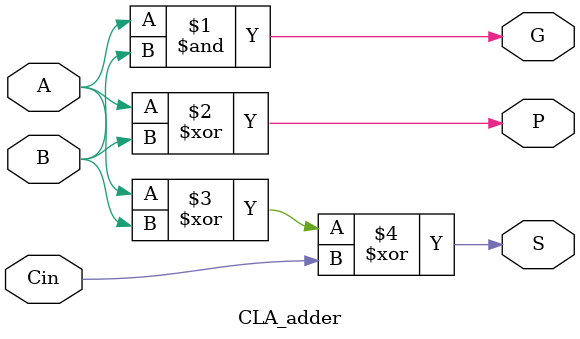
<source format=sv>
module carry_lookahead_adder
(
    input   logic[15:0]     A,
    input   logic[15:0]     B,
    output  logic[15:0]     Sum,
    output  logic           CO
);

    /* TODO
     *
     * Insert code here to implement a CLA adder.
     * Your code should be completly combinational (don't use always_ff or always_latch).
     * Feel free to create sub-modules or other files. */
	  
	  // Define some internal wires for carry out signals and generating/propagating signals
	  logic C4, C8, C12, P0, P4, P8, P12, G0, G4, G8, G12;
	  
	  // Calculate the carry out values as well as generating/propagating values
	  assign C4  = G0;
	  assign C8  = G4 | (G0 & P4);
	  assign C12 = G8 | (G4 & P8) |(G0 & P8 & P4);
	  assign CO  = G12 | (G8 & P12) | (G4 & P12 & P8) | (G0 & P12 & P8 & P4);
	  
	  // Implement 16-bits CLA adder using 4-bits CLA adders
	  FourBits_CLA_adder FCa0(.A(A[ 3: 0]), .B(B[ 3: 0]), .Cin(  0), .S(Sum[ 3: 0]), .P( P0), .G( G0));
	  FourBits_CLA_adder FCa1(.A(A[ 7: 4]), .B(B[ 7: 4]), .Cin( C4), .S(Sum[ 7: 4]), .P( P4), .G( G4));
	  FourBits_CLA_adder FCa2(.A(A[11: 8]), .B(B[11: 8]), .Cin( C8), .S(Sum[11: 8]), .P( P8), .G( G8));
	  FourBits_CLA_adder FCa3(.A(A[15:12]), .B(B[15:12]), .Cin(C12), .S(Sum[15:12]), .P(P12), .G(G12));
     
endmodule




// 4-bits CLA adder
module FourBits_CLA_adder
(
	input		logic[3:0]	A,
	input		logic[3:0]	B,
	input		logic			Cin,
	output	logic[3:0]	S,
	output	logic			P,
	output	logic			G
);
	
	// Define some internal wires for carry out signals and generating/propagating signals
	logic P0, P1, P2, P3, G0, G1, G2, G3, C1, C2, C3;
	
	// Calculate the carry out values as well as generating/propagating values
	assign C1 = (Cin & P0) | G0;
	assign C2 = (Cin & P0 & P1) | (G0 & P1) | G1;
	assign C3 = (Cin & P0 & P1 & P2) | (G0 & P1 & P2) | (G1 & P2) | G2;
	
	assign P = P0 & P1 & P2 & P3;
	assign G = G3 | (G2 & P3) | (G1 & P3 & P2) | (G0 & P3 & P2 & P1);
	
	// Implement 4-bits CLA adder using 1-bit CLA adders
	CLA_adder Ca0(.A(A[0]), .B(B[0]), .Cin(Cin), .S(S[0]), .P(P0), .G(G0));
	CLA_adder Ca1(.A(A[1]), .B(B[1]), .Cin( C1), .S(S[1]), .P(P1), .G(G1));
	CLA_adder Ca2(.A(A[2]), .B(B[2]), .Cin( C2), .S(S[2]), .P(P2), .G(G2));
	CLA_adder Ca3(.A(A[3]), .B(B[3]), .Cin( C3), .S(S[3]), .P(P3), .G(G3));

endmodule




// 1-bit CLA adder
module CLA_adder
(
	input		logic		A,
	input		logic		B,
	input		logic		Cin,
	output	logic		S,
	output	logic		P,
	output	logic		G
);

	assign G = A & B;
	assign P = A ^ B;
	assign S = A ^ B ^ Cin;

endmodule
	
</source>
